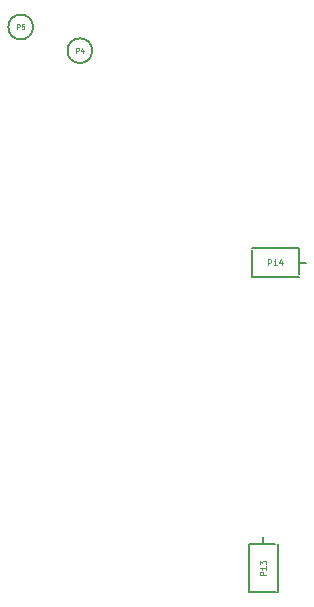
<source format=gbr>
G04 #@! TF.GenerationSoftware,KiCad,Pcbnew,(5.0.1)-4*
G04 #@! TF.CreationDate,2018-12-06T20:38:25-05:00*
G04 #@! TF.ProjectId,TrafMasterV1,547261664D617374657256312E6B6963,V1*
G04 #@! TF.SameCoordinates,Original*
G04 #@! TF.FileFunction,Other,Fab,Top*
%FSLAX46Y46*%
G04 Gerber Fmt 4.6, Leading zero omitted, Abs format (unit mm)*
G04 Created by KiCad (PCBNEW (5.0.1)-4) date 12/6/2018 8:38:25 PM*
%MOMM*%
%LPD*%
G01*
G04 APERTURE LIST*
%ADD10C,0.150000*%
%ADD11C,0.100000*%
G04 APERTURE END LIST*
D10*
G04 #@! TO.C,P4*
X93906431Y-58191400D02*
G75*
G03X93906431Y-58191400I-1044031J0D01*
G01*
G04 #@! TO.C,P5*
X88902631Y-56184800D02*
G75*
G03X88902631Y-56184800I-1044031J0D01*
G01*
G04 #@! TO.C,P13*
X107207200Y-99991160D02*
X107207200Y-103991160D01*
X107307200Y-103991160D02*
X109507200Y-103991160D01*
X109607200Y-103991160D02*
X109607200Y-99991160D01*
X109407200Y-99991160D02*
X107207200Y-99991160D01*
X108407200Y-99891160D02*
X108407200Y-99391160D01*
G04 #@! TO.C,P14*
X111410500Y-74936500D02*
X107410500Y-74936500D01*
X107410500Y-75036500D02*
X107410500Y-77236500D01*
X107410500Y-77336500D02*
X111410500Y-77336500D01*
X111410500Y-77136500D02*
X111410500Y-74936500D01*
X111510500Y-76136500D02*
X112010500Y-76136500D01*
G04 #@! TD*
G04 #@! TO.C,P4*
D11*
X92567161Y-58372352D02*
X92567161Y-57972352D01*
X92719542Y-57972352D01*
X92757638Y-57991400D01*
X92776685Y-58010447D01*
X92795733Y-58048542D01*
X92795733Y-58105685D01*
X92776685Y-58143780D01*
X92757638Y-58162828D01*
X92719542Y-58181876D01*
X92567161Y-58181876D01*
X93138590Y-58105685D02*
X93138590Y-58372352D01*
X93043352Y-57953304D02*
X92948114Y-58239019D01*
X93195733Y-58239019D01*
G04 #@! TO.C,P5*
X87563361Y-56365752D02*
X87563361Y-55965752D01*
X87715742Y-55965752D01*
X87753838Y-55984800D01*
X87772885Y-56003847D01*
X87791933Y-56041942D01*
X87791933Y-56099085D01*
X87772885Y-56137180D01*
X87753838Y-56156228D01*
X87715742Y-56175276D01*
X87563361Y-56175276D01*
X88153838Y-55965752D02*
X87963361Y-55965752D01*
X87944314Y-56156228D01*
X87963361Y-56137180D01*
X88001457Y-56118133D01*
X88096695Y-56118133D01*
X88134790Y-56137180D01*
X88153838Y-56156228D01*
X88172885Y-56194323D01*
X88172885Y-56289561D01*
X88153838Y-56327657D01*
X88134790Y-56346704D01*
X88096695Y-56365752D01*
X88001457Y-56365752D01*
X87963361Y-56346704D01*
X87944314Y-56327657D01*
G04 #@! TO.C,P13*
X108633390Y-102598302D02*
X108133390Y-102598302D01*
X108133390Y-102407826D01*
X108157200Y-102360207D01*
X108181009Y-102336398D01*
X108228628Y-102312588D01*
X108300057Y-102312588D01*
X108347676Y-102336398D01*
X108371485Y-102360207D01*
X108395295Y-102407826D01*
X108395295Y-102598302D01*
X108633390Y-101836398D02*
X108633390Y-102122112D01*
X108633390Y-101979255D02*
X108133390Y-101979255D01*
X108204819Y-102026874D01*
X108252438Y-102074493D01*
X108276247Y-102122112D01*
X108133390Y-101669731D02*
X108133390Y-101360207D01*
X108323866Y-101526874D01*
X108323866Y-101455445D01*
X108347676Y-101407826D01*
X108371485Y-101384017D01*
X108419104Y-101360207D01*
X108538152Y-101360207D01*
X108585771Y-101384017D01*
X108609580Y-101407826D01*
X108633390Y-101455445D01*
X108633390Y-101598302D01*
X108609580Y-101645921D01*
X108585771Y-101669731D01*
G04 #@! TO.C,P14*
X108803357Y-76362690D02*
X108803357Y-75862690D01*
X108993833Y-75862690D01*
X109041452Y-75886500D01*
X109065261Y-75910309D01*
X109089071Y-75957928D01*
X109089071Y-76029357D01*
X109065261Y-76076976D01*
X109041452Y-76100785D01*
X108993833Y-76124595D01*
X108803357Y-76124595D01*
X109565261Y-76362690D02*
X109279547Y-76362690D01*
X109422404Y-76362690D02*
X109422404Y-75862690D01*
X109374785Y-75934119D01*
X109327166Y-75981738D01*
X109279547Y-76005547D01*
X109993833Y-76029357D02*
X109993833Y-76362690D01*
X109874785Y-75838880D02*
X109755738Y-76196023D01*
X110065261Y-76196023D01*
G04 #@! TD*
M02*

</source>
